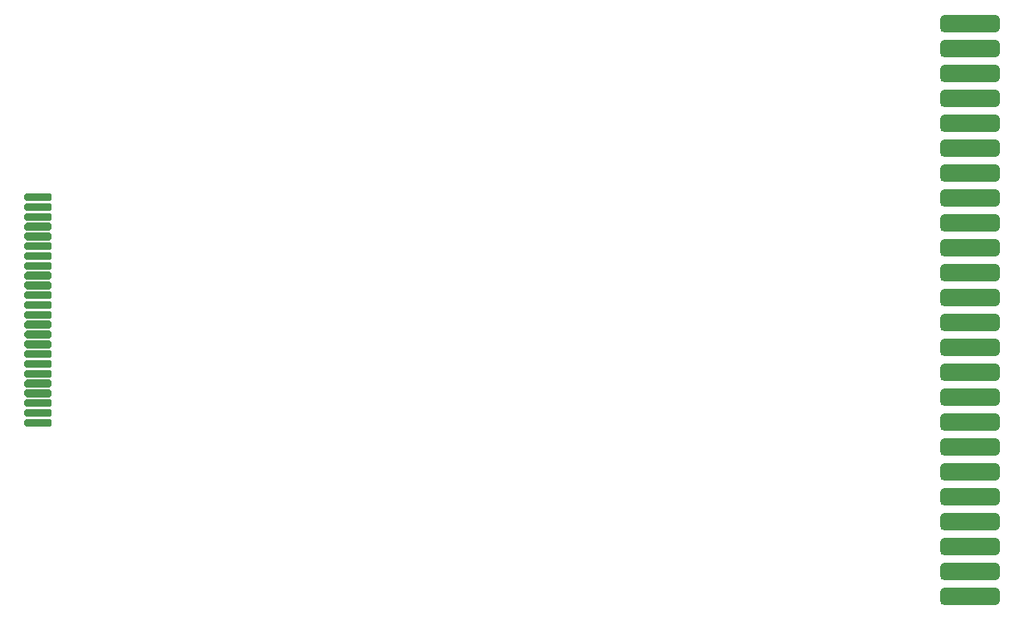
<source format=gts>
%TF.GenerationSoftware,KiCad,Pcbnew,5.1.6-c6e7f7d~86~ubuntu18.04.1*%
%TF.CreationDate,2020-05-18T00:48:30-07:00*%
%TF.ProjectId,kbdflex,6b626466-6c65-4782-9e6b-696361645f70,rev?*%
%TF.SameCoordinates,Original*%
%TF.FileFunction,Soldermask,Top*%
%TF.FilePolarity,Negative*%
%FSLAX46Y46*%
G04 Gerber Fmt 4.6, Leading zero omitted, Abs format (unit mm)*
G04 Created by KiCad (PCBNEW 5.1.6-c6e7f7d~86~ubuntu18.04.1) date 2020-05-18 00:48:30*
%MOMM*%
%LPD*%
G01*
G04 APERTURE LIST*
G04 APERTURE END LIST*
%TO.C,J2*%
G36*
G01*
X52900000Y-50800000D02*
X52900000Y-51200000D01*
G75*
G02*
X52700000Y-51400000I-200000J0D01*
G01*
X50300000Y-51400000D01*
G75*
G02*
X50100000Y-51200000I0J200000D01*
G01*
X50100000Y-50800000D01*
G75*
G02*
X50300000Y-50600000I200000J0D01*
G01*
X52700000Y-50600000D01*
G75*
G02*
X52900000Y-50800000I0J-200000D01*
G01*
G37*
G36*
G01*
X52900000Y-51800000D02*
X52900000Y-52200000D01*
G75*
G02*
X52700000Y-52400000I-200000J0D01*
G01*
X50300000Y-52400000D01*
G75*
G02*
X50100000Y-52200000I0J200000D01*
G01*
X50100000Y-51800000D01*
G75*
G02*
X50300000Y-51600000I200000J0D01*
G01*
X52700000Y-51600000D01*
G75*
G02*
X52900000Y-51800000I0J-200000D01*
G01*
G37*
G36*
G01*
X52900000Y-52800000D02*
X52900000Y-53200000D01*
G75*
G02*
X52700000Y-53400000I-200000J0D01*
G01*
X50300000Y-53400000D01*
G75*
G02*
X50100000Y-53200000I0J200000D01*
G01*
X50100000Y-52800000D01*
G75*
G02*
X50300000Y-52600000I200000J0D01*
G01*
X52700000Y-52600000D01*
G75*
G02*
X52900000Y-52800000I0J-200000D01*
G01*
G37*
G36*
G01*
X52900000Y-53800000D02*
X52900000Y-54200000D01*
G75*
G02*
X52700000Y-54400000I-200000J0D01*
G01*
X50300000Y-54400000D01*
G75*
G02*
X50100000Y-54200000I0J200000D01*
G01*
X50100000Y-53800000D01*
G75*
G02*
X50300000Y-53600000I200000J0D01*
G01*
X52700000Y-53600000D01*
G75*
G02*
X52900000Y-53800000I0J-200000D01*
G01*
G37*
G36*
G01*
X52900000Y-54800000D02*
X52900000Y-55200000D01*
G75*
G02*
X52700000Y-55400000I-200000J0D01*
G01*
X50300000Y-55400000D01*
G75*
G02*
X50100000Y-55200000I0J200000D01*
G01*
X50100000Y-54800000D01*
G75*
G02*
X50300000Y-54600000I200000J0D01*
G01*
X52700000Y-54600000D01*
G75*
G02*
X52900000Y-54800000I0J-200000D01*
G01*
G37*
G36*
G01*
X52900000Y-55800000D02*
X52900000Y-56200000D01*
G75*
G02*
X52700000Y-56400000I-200000J0D01*
G01*
X50300000Y-56400000D01*
G75*
G02*
X50100000Y-56200000I0J200000D01*
G01*
X50100000Y-55800000D01*
G75*
G02*
X50300000Y-55600000I200000J0D01*
G01*
X52700000Y-55600000D01*
G75*
G02*
X52900000Y-55800000I0J-200000D01*
G01*
G37*
G36*
G01*
X52900000Y-56800000D02*
X52900000Y-57200000D01*
G75*
G02*
X52700000Y-57400000I-200000J0D01*
G01*
X50300000Y-57400000D01*
G75*
G02*
X50100000Y-57200000I0J200000D01*
G01*
X50100000Y-56800000D01*
G75*
G02*
X50300000Y-56600000I200000J0D01*
G01*
X52700000Y-56600000D01*
G75*
G02*
X52900000Y-56800000I0J-200000D01*
G01*
G37*
G36*
G01*
X52900000Y-57800000D02*
X52900000Y-58200000D01*
G75*
G02*
X52700000Y-58400000I-200000J0D01*
G01*
X50300000Y-58400000D01*
G75*
G02*
X50100000Y-58200000I0J200000D01*
G01*
X50100000Y-57800000D01*
G75*
G02*
X50300000Y-57600000I200000J0D01*
G01*
X52700000Y-57600000D01*
G75*
G02*
X52900000Y-57800000I0J-200000D01*
G01*
G37*
G36*
G01*
X52900000Y-58800000D02*
X52900000Y-59200000D01*
G75*
G02*
X52700000Y-59400000I-200000J0D01*
G01*
X50300000Y-59400000D01*
G75*
G02*
X50100000Y-59200000I0J200000D01*
G01*
X50100000Y-58800000D01*
G75*
G02*
X50300000Y-58600000I200000J0D01*
G01*
X52700000Y-58600000D01*
G75*
G02*
X52900000Y-58800000I0J-200000D01*
G01*
G37*
G36*
G01*
X52900000Y-59800000D02*
X52900000Y-60200000D01*
G75*
G02*
X52700000Y-60400000I-200000J0D01*
G01*
X50300000Y-60400000D01*
G75*
G02*
X50100000Y-60200000I0J200000D01*
G01*
X50100000Y-59800000D01*
G75*
G02*
X50300000Y-59600000I200000J0D01*
G01*
X52700000Y-59600000D01*
G75*
G02*
X52900000Y-59800000I0J-200000D01*
G01*
G37*
G36*
G01*
X52900000Y-60800000D02*
X52900000Y-61200000D01*
G75*
G02*
X52700000Y-61400000I-200000J0D01*
G01*
X50300000Y-61400000D01*
G75*
G02*
X50100000Y-61200000I0J200000D01*
G01*
X50100000Y-60800000D01*
G75*
G02*
X50300000Y-60600000I200000J0D01*
G01*
X52700000Y-60600000D01*
G75*
G02*
X52900000Y-60800000I0J-200000D01*
G01*
G37*
G36*
G01*
X52900000Y-61800000D02*
X52900000Y-62200000D01*
G75*
G02*
X52700000Y-62400000I-200000J0D01*
G01*
X50300000Y-62400000D01*
G75*
G02*
X50100000Y-62200000I0J200000D01*
G01*
X50100000Y-61800000D01*
G75*
G02*
X50300000Y-61600000I200000J0D01*
G01*
X52700000Y-61600000D01*
G75*
G02*
X52900000Y-61800000I0J-200000D01*
G01*
G37*
G36*
G01*
X52900000Y-62800000D02*
X52900000Y-63200000D01*
G75*
G02*
X52700000Y-63400000I-200000J0D01*
G01*
X50300000Y-63400000D01*
G75*
G02*
X50100000Y-63200000I0J200000D01*
G01*
X50100000Y-62800000D01*
G75*
G02*
X50300000Y-62600000I200000J0D01*
G01*
X52700000Y-62600000D01*
G75*
G02*
X52900000Y-62800000I0J-200000D01*
G01*
G37*
G36*
G01*
X52900000Y-63800000D02*
X52900000Y-64200000D01*
G75*
G02*
X52700000Y-64400000I-200000J0D01*
G01*
X50300000Y-64400000D01*
G75*
G02*
X50100000Y-64200000I0J200000D01*
G01*
X50100000Y-63800000D01*
G75*
G02*
X50300000Y-63600000I200000J0D01*
G01*
X52700000Y-63600000D01*
G75*
G02*
X52900000Y-63800000I0J-200000D01*
G01*
G37*
G36*
G01*
X52900000Y-64800000D02*
X52900000Y-65200000D01*
G75*
G02*
X52700000Y-65400000I-200000J0D01*
G01*
X50300000Y-65400000D01*
G75*
G02*
X50100000Y-65200000I0J200000D01*
G01*
X50100000Y-64800000D01*
G75*
G02*
X50300000Y-64600000I200000J0D01*
G01*
X52700000Y-64600000D01*
G75*
G02*
X52900000Y-64800000I0J-200000D01*
G01*
G37*
G36*
G01*
X52900000Y-65800000D02*
X52900000Y-66200000D01*
G75*
G02*
X52700000Y-66400000I-200000J0D01*
G01*
X50300000Y-66400000D01*
G75*
G02*
X50100000Y-66200000I0J200000D01*
G01*
X50100000Y-65800000D01*
G75*
G02*
X50300000Y-65600000I200000J0D01*
G01*
X52700000Y-65600000D01*
G75*
G02*
X52900000Y-65800000I0J-200000D01*
G01*
G37*
G36*
G01*
X52900000Y-66800000D02*
X52900000Y-67200000D01*
G75*
G02*
X52700000Y-67400000I-200000J0D01*
G01*
X50300000Y-67400000D01*
G75*
G02*
X50100000Y-67200000I0J200000D01*
G01*
X50100000Y-66800000D01*
G75*
G02*
X50300000Y-66600000I200000J0D01*
G01*
X52700000Y-66600000D01*
G75*
G02*
X52900000Y-66800000I0J-200000D01*
G01*
G37*
G36*
G01*
X52900000Y-67800000D02*
X52900000Y-68200000D01*
G75*
G02*
X52700000Y-68400000I-200000J0D01*
G01*
X50300000Y-68400000D01*
G75*
G02*
X50100000Y-68200000I0J200000D01*
G01*
X50100000Y-67800000D01*
G75*
G02*
X50300000Y-67600000I200000J0D01*
G01*
X52700000Y-67600000D01*
G75*
G02*
X52900000Y-67800000I0J-200000D01*
G01*
G37*
G36*
G01*
X52900000Y-68800000D02*
X52900000Y-69200000D01*
G75*
G02*
X52700000Y-69400000I-200000J0D01*
G01*
X50300000Y-69400000D01*
G75*
G02*
X50100000Y-69200000I0J200000D01*
G01*
X50100000Y-68800000D01*
G75*
G02*
X50300000Y-68600000I200000J0D01*
G01*
X52700000Y-68600000D01*
G75*
G02*
X52900000Y-68800000I0J-200000D01*
G01*
G37*
G36*
G01*
X52900000Y-69800000D02*
X52900000Y-70200000D01*
G75*
G02*
X52700000Y-70400000I-200000J0D01*
G01*
X50300000Y-70400000D01*
G75*
G02*
X50100000Y-70200000I0J200000D01*
G01*
X50100000Y-69800000D01*
G75*
G02*
X50300000Y-69600000I200000J0D01*
G01*
X52700000Y-69600000D01*
G75*
G02*
X52900000Y-69800000I0J-200000D01*
G01*
G37*
G36*
G01*
X52900000Y-70800000D02*
X52900000Y-71200000D01*
G75*
G02*
X52700000Y-71400000I-200000J0D01*
G01*
X50300000Y-71400000D01*
G75*
G02*
X50100000Y-71200000I0J200000D01*
G01*
X50100000Y-70800000D01*
G75*
G02*
X50300000Y-70600000I200000J0D01*
G01*
X52700000Y-70600000D01*
G75*
G02*
X52900000Y-70800000I0J-200000D01*
G01*
G37*
G36*
G01*
X52900000Y-71800000D02*
X52900000Y-72200000D01*
G75*
G02*
X52700000Y-72400000I-200000J0D01*
G01*
X50300000Y-72400000D01*
G75*
G02*
X50100000Y-72200000I0J200000D01*
G01*
X50100000Y-71800000D01*
G75*
G02*
X50300000Y-71600000I200000J0D01*
G01*
X52700000Y-71600000D01*
G75*
G02*
X52900000Y-71800000I0J-200000D01*
G01*
G37*
G36*
G01*
X52900000Y-72800000D02*
X52900000Y-73200000D01*
G75*
G02*
X52700000Y-73400000I-200000J0D01*
G01*
X50300000Y-73400000D01*
G75*
G02*
X50100000Y-73200000I0J200000D01*
G01*
X50100000Y-72800000D01*
G75*
G02*
X50300000Y-72600000I200000J0D01*
G01*
X52700000Y-72600000D01*
G75*
G02*
X52900000Y-72800000I0J-200000D01*
G01*
G37*
G36*
G01*
X52900000Y-73800000D02*
X52900000Y-74200000D01*
G75*
G02*
X52700000Y-74400000I-200000J0D01*
G01*
X50300000Y-74400000D01*
G75*
G02*
X50100000Y-74200000I0J200000D01*
G01*
X50100000Y-73800000D01*
G75*
G02*
X50300000Y-73600000I200000J0D01*
G01*
X52700000Y-73600000D01*
G75*
G02*
X52900000Y-73800000I0J-200000D01*
G01*
G37*
%TD*%
%TO.C,J1*%
G36*
G01*
X143450000Y-92170000D02*
X143450000Y-91270000D01*
G75*
G02*
X143900000Y-90820000I450000J0D01*
G01*
X149100000Y-90820000D01*
G75*
G02*
X149550000Y-91270000I0J-450000D01*
G01*
X149550000Y-92170000D01*
G75*
G02*
X149100000Y-92620000I-450000J0D01*
G01*
X143900000Y-92620000D01*
G75*
G02*
X143450000Y-92170000I0J450000D01*
G01*
G37*
G36*
G01*
X143450000Y-89630000D02*
X143450000Y-88730000D01*
G75*
G02*
X143900000Y-88280000I450000J0D01*
G01*
X149100000Y-88280000D01*
G75*
G02*
X149550000Y-88730000I0J-450000D01*
G01*
X149550000Y-89630000D01*
G75*
G02*
X149100000Y-90080000I-450000J0D01*
G01*
X143900000Y-90080000D01*
G75*
G02*
X143450000Y-89630000I0J450000D01*
G01*
G37*
G36*
G01*
X143450000Y-87090000D02*
X143450000Y-86190000D01*
G75*
G02*
X143900000Y-85740000I450000J0D01*
G01*
X149100000Y-85740000D01*
G75*
G02*
X149550000Y-86190000I0J-450000D01*
G01*
X149550000Y-87090000D01*
G75*
G02*
X149100000Y-87540000I-450000J0D01*
G01*
X143900000Y-87540000D01*
G75*
G02*
X143450000Y-87090000I0J450000D01*
G01*
G37*
G36*
G01*
X143450000Y-84550000D02*
X143450000Y-83650000D01*
G75*
G02*
X143900000Y-83200000I450000J0D01*
G01*
X149100000Y-83200000D01*
G75*
G02*
X149550000Y-83650000I0J-450000D01*
G01*
X149550000Y-84550000D01*
G75*
G02*
X149100000Y-85000000I-450000J0D01*
G01*
X143900000Y-85000000D01*
G75*
G02*
X143450000Y-84550000I0J450000D01*
G01*
G37*
G36*
G01*
X143450000Y-82010000D02*
X143450000Y-81110000D01*
G75*
G02*
X143900000Y-80660000I450000J0D01*
G01*
X149100000Y-80660000D01*
G75*
G02*
X149550000Y-81110000I0J-450000D01*
G01*
X149550000Y-82010000D01*
G75*
G02*
X149100000Y-82460000I-450000J0D01*
G01*
X143900000Y-82460000D01*
G75*
G02*
X143450000Y-82010000I0J450000D01*
G01*
G37*
G36*
G01*
X143450000Y-79470000D02*
X143450000Y-78570000D01*
G75*
G02*
X143900000Y-78120000I450000J0D01*
G01*
X149100000Y-78120000D01*
G75*
G02*
X149550000Y-78570000I0J-450000D01*
G01*
X149550000Y-79470000D01*
G75*
G02*
X149100000Y-79920000I-450000J0D01*
G01*
X143900000Y-79920000D01*
G75*
G02*
X143450000Y-79470000I0J450000D01*
G01*
G37*
G36*
G01*
X143450000Y-76930000D02*
X143450000Y-76030000D01*
G75*
G02*
X143900000Y-75580000I450000J0D01*
G01*
X149100000Y-75580000D01*
G75*
G02*
X149550000Y-76030000I0J-450000D01*
G01*
X149550000Y-76930000D01*
G75*
G02*
X149100000Y-77380000I-450000J0D01*
G01*
X143900000Y-77380000D01*
G75*
G02*
X143450000Y-76930000I0J450000D01*
G01*
G37*
G36*
G01*
X143450000Y-74390000D02*
X143450000Y-73490000D01*
G75*
G02*
X143900000Y-73040000I450000J0D01*
G01*
X149100000Y-73040000D01*
G75*
G02*
X149550000Y-73490000I0J-450000D01*
G01*
X149550000Y-74390000D01*
G75*
G02*
X149100000Y-74840000I-450000J0D01*
G01*
X143900000Y-74840000D01*
G75*
G02*
X143450000Y-74390000I0J450000D01*
G01*
G37*
G36*
G01*
X143450000Y-71850000D02*
X143450000Y-70950000D01*
G75*
G02*
X143900000Y-70500000I450000J0D01*
G01*
X149100000Y-70500000D01*
G75*
G02*
X149550000Y-70950000I0J-450000D01*
G01*
X149550000Y-71850000D01*
G75*
G02*
X149100000Y-72300000I-450000J0D01*
G01*
X143900000Y-72300000D01*
G75*
G02*
X143450000Y-71850000I0J450000D01*
G01*
G37*
G36*
G01*
X143450000Y-69310000D02*
X143450000Y-68410000D01*
G75*
G02*
X143900000Y-67960000I450000J0D01*
G01*
X149100000Y-67960000D01*
G75*
G02*
X149550000Y-68410000I0J-450000D01*
G01*
X149550000Y-69310000D01*
G75*
G02*
X149100000Y-69760000I-450000J0D01*
G01*
X143900000Y-69760000D01*
G75*
G02*
X143450000Y-69310000I0J450000D01*
G01*
G37*
G36*
G01*
X143450000Y-66770000D02*
X143450000Y-65870000D01*
G75*
G02*
X143900000Y-65420000I450000J0D01*
G01*
X149100000Y-65420000D01*
G75*
G02*
X149550000Y-65870000I0J-450000D01*
G01*
X149550000Y-66770000D01*
G75*
G02*
X149100000Y-67220000I-450000J0D01*
G01*
X143900000Y-67220000D01*
G75*
G02*
X143450000Y-66770000I0J450000D01*
G01*
G37*
G36*
G01*
X143450000Y-64230000D02*
X143450000Y-63330000D01*
G75*
G02*
X143900000Y-62880000I450000J0D01*
G01*
X149100000Y-62880000D01*
G75*
G02*
X149550000Y-63330000I0J-450000D01*
G01*
X149550000Y-64230000D01*
G75*
G02*
X149100000Y-64680000I-450000J0D01*
G01*
X143900000Y-64680000D01*
G75*
G02*
X143450000Y-64230000I0J450000D01*
G01*
G37*
G36*
G01*
X143450000Y-61690000D02*
X143450000Y-60790000D01*
G75*
G02*
X143900000Y-60340000I450000J0D01*
G01*
X149100000Y-60340000D01*
G75*
G02*
X149550000Y-60790000I0J-450000D01*
G01*
X149550000Y-61690000D01*
G75*
G02*
X149100000Y-62140000I-450000J0D01*
G01*
X143900000Y-62140000D01*
G75*
G02*
X143450000Y-61690000I0J450000D01*
G01*
G37*
G36*
G01*
X143450000Y-59150000D02*
X143450000Y-58250000D01*
G75*
G02*
X143900000Y-57800000I450000J0D01*
G01*
X149100000Y-57800000D01*
G75*
G02*
X149550000Y-58250000I0J-450000D01*
G01*
X149550000Y-59150000D01*
G75*
G02*
X149100000Y-59600000I-450000J0D01*
G01*
X143900000Y-59600000D01*
G75*
G02*
X143450000Y-59150000I0J450000D01*
G01*
G37*
G36*
G01*
X143450000Y-56610000D02*
X143450000Y-55710000D01*
G75*
G02*
X143900000Y-55260000I450000J0D01*
G01*
X149100000Y-55260000D01*
G75*
G02*
X149550000Y-55710000I0J-450000D01*
G01*
X149550000Y-56610000D01*
G75*
G02*
X149100000Y-57060000I-450000J0D01*
G01*
X143900000Y-57060000D01*
G75*
G02*
X143450000Y-56610000I0J450000D01*
G01*
G37*
G36*
G01*
X143450000Y-54070000D02*
X143450000Y-53170000D01*
G75*
G02*
X143900000Y-52720000I450000J0D01*
G01*
X149100000Y-52720000D01*
G75*
G02*
X149550000Y-53170000I0J-450000D01*
G01*
X149550000Y-54070000D01*
G75*
G02*
X149100000Y-54520000I-450000J0D01*
G01*
X143900000Y-54520000D01*
G75*
G02*
X143450000Y-54070000I0J450000D01*
G01*
G37*
G36*
G01*
X143450000Y-51530000D02*
X143450000Y-50630000D01*
G75*
G02*
X143900000Y-50180000I450000J0D01*
G01*
X149100000Y-50180000D01*
G75*
G02*
X149550000Y-50630000I0J-450000D01*
G01*
X149550000Y-51530000D01*
G75*
G02*
X149100000Y-51980000I-450000J0D01*
G01*
X143900000Y-51980000D01*
G75*
G02*
X143450000Y-51530000I0J450000D01*
G01*
G37*
G36*
G01*
X143450000Y-48990000D02*
X143450000Y-48090000D01*
G75*
G02*
X143900000Y-47640000I450000J0D01*
G01*
X149100000Y-47640000D01*
G75*
G02*
X149550000Y-48090000I0J-450000D01*
G01*
X149550000Y-48990000D01*
G75*
G02*
X149100000Y-49440000I-450000J0D01*
G01*
X143900000Y-49440000D01*
G75*
G02*
X143450000Y-48990000I0J450000D01*
G01*
G37*
G36*
G01*
X143450000Y-46450000D02*
X143450000Y-45550000D01*
G75*
G02*
X143900000Y-45100000I450000J0D01*
G01*
X149100000Y-45100000D01*
G75*
G02*
X149550000Y-45550000I0J-450000D01*
G01*
X149550000Y-46450000D01*
G75*
G02*
X149100000Y-46900000I-450000J0D01*
G01*
X143900000Y-46900000D01*
G75*
G02*
X143450000Y-46450000I0J450000D01*
G01*
G37*
G36*
G01*
X143450000Y-43910000D02*
X143450000Y-43010000D01*
G75*
G02*
X143900000Y-42560000I450000J0D01*
G01*
X149100000Y-42560000D01*
G75*
G02*
X149550000Y-43010000I0J-450000D01*
G01*
X149550000Y-43910000D01*
G75*
G02*
X149100000Y-44360000I-450000J0D01*
G01*
X143900000Y-44360000D01*
G75*
G02*
X143450000Y-43910000I0J450000D01*
G01*
G37*
G36*
G01*
X143450000Y-41370000D02*
X143450000Y-40470000D01*
G75*
G02*
X143900000Y-40020000I450000J0D01*
G01*
X149100000Y-40020000D01*
G75*
G02*
X149550000Y-40470000I0J-450000D01*
G01*
X149550000Y-41370000D01*
G75*
G02*
X149100000Y-41820000I-450000J0D01*
G01*
X143900000Y-41820000D01*
G75*
G02*
X143450000Y-41370000I0J450000D01*
G01*
G37*
G36*
G01*
X143450000Y-38830000D02*
X143450000Y-37930000D01*
G75*
G02*
X143900000Y-37480000I450000J0D01*
G01*
X149100000Y-37480000D01*
G75*
G02*
X149550000Y-37930000I0J-450000D01*
G01*
X149550000Y-38830000D01*
G75*
G02*
X149100000Y-39280000I-450000J0D01*
G01*
X143900000Y-39280000D01*
G75*
G02*
X143450000Y-38830000I0J450000D01*
G01*
G37*
G36*
G01*
X143450000Y-36290000D02*
X143450000Y-35390000D01*
G75*
G02*
X143900000Y-34940000I450000J0D01*
G01*
X149100000Y-34940000D01*
G75*
G02*
X149550000Y-35390000I0J-450000D01*
G01*
X149550000Y-36290000D01*
G75*
G02*
X149100000Y-36740000I-450000J0D01*
G01*
X143900000Y-36740000D01*
G75*
G02*
X143450000Y-36290000I0J450000D01*
G01*
G37*
G36*
G01*
X143450000Y-33750000D02*
X143450000Y-32850000D01*
G75*
G02*
X143900000Y-32400000I450000J0D01*
G01*
X149100000Y-32400000D01*
G75*
G02*
X149550000Y-32850000I0J-450000D01*
G01*
X149550000Y-33750000D01*
G75*
G02*
X149100000Y-34200000I-450000J0D01*
G01*
X143900000Y-34200000D01*
G75*
G02*
X143450000Y-33750000I0J450000D01*
G01*
G37*
%TD*%
M02*

</source>
